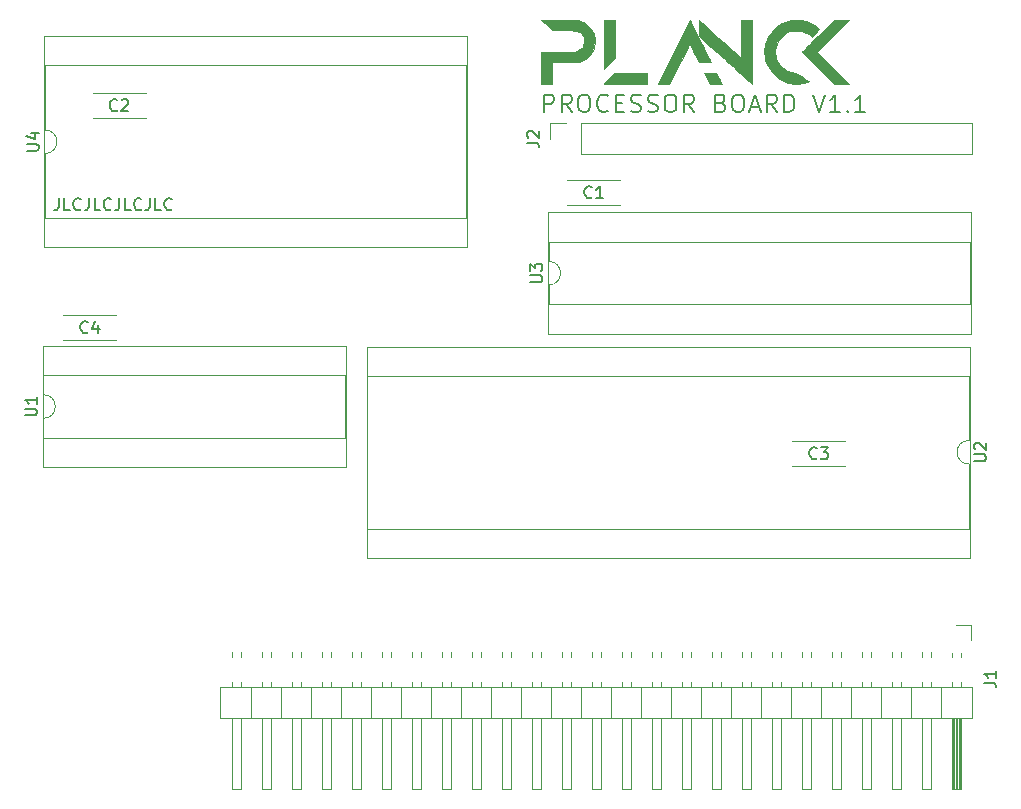
<source format=gbr>
G04 #@! TF.GenerationSoftware,KiCad,Pcbnew,(5.1.10-1-10_14)*
G04 #@! TF.CreationDate,2021-08-31T23:52:25+02:00*
G04 #@! TF.ProjectId,proc_board,70726f63-5f62-46f6-9172-642e6b696361,rev?*
G04 #@! TF.SameCoordinates,Original*
G04 #@! TF.FileFunction,Legend,Top*
G04 #@! TF.FilePolarity,Positive*
%FSLAX46Y46*%
G04 Gerber Fmt 4.6, Leading zero omitted, Abs format (unit mm)*
G04 Created by KiCad (PCBNEW (5.1.10-1-10_14)) date 2021-08-31 23:52:25*
%MOMM*%
%LPD*%
G01*
G04 APERTURE LIST*
%ADD10C,0.200000*%
%ADD11C,0.010000*%
%ADD12C,0.120000*%
%ADD13C,0.150000*%
G04 APERTURE END LIST*
D10*
X2238952Y43981619D02*
X2238952Y43267333D01*
X2191333Y43124476D01*
X2096095Y43029238D01*
X1953238Y42981619D01*
X1858000Y42981619D01*
X3191333Y42981619D02*
X2715142Y42981619D01*
X2715142Y43981619D01*
X4096095Y43076857D02*
X4048476Y43029238D01*
X3905619Y42981619D01*
X3810380Y42981619D01*
X3667523Y43029238D01*
X3572285Y43124476D01*
X3524666Y43219714D01*
X3477047Y43410190D01*
X3477047Y43553047D01*
X3524666Y43743523D01*
X3572285Y43838761D01*
X3667523Y43934000D01*
X3810380Y43981619D01*
X3905619Y43981619D01*
X4048476Y43934000D01*
X4096095Y43886380D01*
X4810380Y43981619D02*
X4810380Y43267333D01*
X4762761Y43124476D01*
X4667523Y43029238D01*
X4524666Y42981619D01*
X4429428Y42981619D01*
X5762761Y42981619D02*
X5286571Y42981619D01*
X5286571Y43981619D01*
X6667523Y43076857D02*
X6619904Y43029238D01*
X6477047Y42981619D01*
X6381809Y42981619D01*
X6238952Y43029238D01*
X6143714Y43124476D01*
X6096095Y43219714D01*
X6048476Y43410190D01*
X6048476Y43553047D01*
X6096095Y43743523D01*
X6143714Y43838761D01*
X6238952Y43934000D01*
X6381809Y43981619D01*
X6477047Y43981619D01*
X6619904Y43934000D01*
X6667523Y43886380D01*
X7381809Y43981619D02*
X7381809Y43267333D01*
X7334190Y43124476D01*
X7238952Y43029238D01*
X7096095Y42981619D01*
X7000857Y42981619D01*
X8334190Y42981619D02*
X7858000Y42981619D01*
X7858000Y43981619D01*
X9238952Y43076857D02*
X9191333Y43029238D01*
X9048476Y42981619D01*
X8953238Y42981619D01*
X8810380Y43029238D01*
X8715142Y43124476D01*
X8667523Y43219714D01*
X8619904Y43410190D01*
X8619904Y43553047D01*
X8667523Y43743523D01*
X8715142Y43838761D01*
X8810380Y43934000D01*
X8953238Y43981619D01*
X9048476Y43981619D01*
X9191333Y43934000D01*
X9238952Y43886380D01*
X9953238Y43981619D02*
X9953238Y43267333D01*
X9905619Y43124476D01*
X9810380Y43029238D01*
X9667523Y42981619D01*
X9572285Y42981619D01*
X10905619Y42981619D02*
X10429428Y42981619D01*
X10429428Y43981619D01*
X11810380Y43076857D02*
X11762761Y43029238D01*
X11619904Y42981619D01*
X11524666Y42981619D01*
X11381809Y43029238D01*
X11286571Y43124476D01*
X11238952Y43219714D01*
X11191333Y43410190D01*
X11191333Y43553047D01*
X11238952Y43743523D01*
X11286571Y43838761D01*
X11381809Y43934000D01*
X11524666Y43981619D01*
X11619904Y43981619D01*
X11762761Y43934000D01*
X11810380Y43886380D01*
X43324571Y51264428D02*
X43324571Y52764428D01*
X43895999Y52764428D01*
X44038857Y52693000D01*
X44110285Y52621571D01*
X44181714Y52478714D01*
X44181714Y52264428D01*
X44110285Y52121571D01*
X44038857Y52050142D01*
X43895999Y51978714D01*
X43324571Y51978714D01*
X45681714Y51264428D02*
X45181714Y51978714D01*
X44824571Y51264428D02*
X44824571Y52764428D01*
X45395999Y52764428D01*
X45538857Y52693000D01*
X45610285Y52621571D01*
X45681714Y52478714D01*
X45681714Y52264428D01*
X45610285Y52121571D01*
X45538857Y52050142D01*
X45395999Y51978714D01*
X44824571Y51978714D01*
X46610285Y52764428D02*
X46895999Y52764428D01*
X47038857Y52693000D01*
X47181714Y52550142D01*
X47253142Y52264428D01*
X47253142Y51764428D01*
X47181714Y51478714D01*
X47038857Y51335857D01*
X46895999Y51264428D01*
X46610285Y51264428D01*
X46467428Y51335857D01*
X46324571Y51478714D01*
X46253142Y51764428D01*
X46253142Y52264428D01*
X46324571Y52550142D01*
X46467428Y52693000D01*
X46610285Y52764428D01*
X48753142Y51407285D02*
X48681714Y51335857D01*
X48467428Y51264428D01*
X48324571Y51264428D01*
X48110285Y51335857D01*
X47967428Y51478714D01*
X47895999Y51621571D01*
X47824571Y51907285D01*
X47824571Y52121571D01*
X47895999Y52407285D01*
X47967428Y52550142D01*
X48110285Y52693000D01*
X48324571Y52764428D01*
X48467428Y52764428D01*
X48681714Y52693000D01*
X48753142Y52621571D01*
X49395999Y52050142D02*
X49895999Y52050142D01*
X50110285Y51264428D02*
X49395999Y51264428D01*
X49395999Y52764428D01*
X50110285Y52764428D01*
X50681714Y51335857D02*
X50895999Y51264428D01*
X51253142Y51264428D01*
X51396000Y51335857D01*
X51467428Y51407285D01*
X51538857Y51550142D01*
X51538857Y51693000D01*
X51467428Y51835857D01*
X51396000Y51907285D01*
X51253142Y51978714D01*
X50967428Y52050142D01*
X50824571Y52121571D01*
X50753142Y52193000D01*
X50681714Y52335857D01*
X50681714Y52478714D01*
X50753142Y52621571D01*
X50824571Y52693000D01*
X50967428Y52764428D01*
X51324571Y52764428D01*
X51538857Y52693000D01*
X52110285Y51335857D02*
X52324571Y51264428D01*
X52681714Y51264428D01*
X52824571Y51335857D01*
X52895999Y51407285D01*
X52967428Y51550142D01*
X52967428Y51693000D01*
X52895999Y51835857D01*
X52824571Y51907285D01*
X52681714Y51978714D01*
X52395999Y52050142D01*
X52253142Y52121571D01*
X52181714Y52193000D01*
X52110285Y52335857D01*
X52110285Y52478714D01*
X52181714Y52621571D01*
X52253142Y52693000D01*
X52395999Y52764428D01*
X52753142Y52764428D01*
X52967428Y52693000D01*
X53896000Y52764428D02*
X54181714Y52764428D01*
X54324571Y52693000D01*
X54467428Y52550142D01*
X54538857Y52264428D01*
X54538857Y51764428D01*
X54467428Y51478714D01*
X54324571Y51335857D01*
X54181714Y51264428D01*
X53896000Y51264428D01*
X53753142Y51335857D01*
X53610285Y51478714D01*
X53538857Y51764428D01*
X53538857Y52264428D01*
X53610285Y52550142D01*
X53753142Y52693000D01*
X53896000Y52764428D01*
X56038857Y51264428D02*
X55538857Y51978714D01*
X55181714Y51264428D02*
X55181714Y52764428D01*
X55753142Y52764428D01*
X55895999Y52693000D01*
X55967428Y52621571D01*
X56038857Y52478714D01*
X56038857Y52264428D01*
X55967428Y52121571D01*
X55895999Y52050142D01*
X55753142Y51978714D01*
X55181714Y51978714D01*
X58324571Y52050142D02*
X58538857Y51978714D01*
X58610285Y51907285D01*
X58681714Y51764428D01*
X58681714Y51550142D01*
X58610285Y51407285D01*
X58538857Y51335857D01*
X58396000Y51264428D01*
X57824571Y51264428D01*
X57824571Y52764428D01*
X58324571Y52764428D01*
X58467428Y52693000D01*
X58538857Y52621571D01*
X58610285Y52478714D01*
X58610285Y52335857D01*
X58538857Y52193000D01*
X58467428Y52121571D01*
X58324571Y52050142D01*
X57824571Y52050142D01*
X59610285Y52764428D02*
X59896000Y52764428D01*
X60038857Y52693000D01*
X60181714Y52550142D01*
X60253142Y52264428D01*
X60253142Y51764428D01*
X60181714Y51478714D01*
X60038857Y51335857D01*
X59896000Y51264428D01*
X59610285Y51264428D01*
X59467428Y51335857D01*
X59324571Y51478714D01*
X59253142Y51764428D01*
X59253142Y52264428D01*
X59324571Y52550142D01*
X59467428Y52693000D01*
X59610285Y52764428D01*
X60824571Y51693000D02*
X61538857Y51693000D01*
X60681714Y51264428D02*
X61181714Y52764428D01*
X61681714Y51264428D01*
X63038857Y51264428D02*
X62538857Y51978714D01*
X62181714Y51264428D02*
X62181714Y52764428D01*
X62753142Y52764428D01*
X62896000Y52693000D01*
X62967428Y52621571D01*
X63038857Y52478714D01*
X63038857Y52264428D01*
X62967428Y52121571D01*
X62896000Y52050142D01*
X62753142Y51978714D01*
X62181714Y51978714D01*
X63681714Y51264428D02*
X63681714Y52764428D01*
X64038857Y52764428D01*
X64253142Y52693000D01*
X64396000Y52550142D01*
X64467428Y52407285D01*
X64538857Y52121571D01*
X64538857Y51907285D01*
X64467428Y51621571D01*
X64396000Y51478714D01*
X64253142Y51335857D01*
X64038857Y51264428D01*
X63681714Y51264428D01*
X66110285Y52764428D02*
X66610285Y51264428D01*
X67110285Y52764428D01*
X68396000Y51264428D02*
X67538857Y51264428D01*
X67967428Y51264428D02*
X67967428Y52764428D01*
X67824571Y52550142D01*
X67681714Y52407285D01*
X67538857Y52335857D01*
X69038857Y51407285D02*
X69110285Y51335857D01*
X69038857Y51264428D01*
X68967428Y51335857D01*
X69038857Y51407285D01*
X69038857Y51264428D01*
X70538857Y51264428D02*
X69681714Y51264428D01*
X70110285Y51264428D02*
X70110285Y52764428D01*
X69967428Y52550142D01*
X69824571Y52407285D01*
X69681714Y52335857D01*
D11*
G04 #@! TO.C,G\u002A\u002A\u002A*
G36*
X49323625Y55823341D02*
G01*
X48877787Y55367483D01*
X48780228Y55268090D01*
X48689328Y55176169D01*
X48607520Y55094130D01*
X48537239Y55024385D01*
X48480919Y54969343D01*
X48440994Y54931414D01*
X48419899Y54913009D01*
X48417412Y54911625D01*
X48415388Y54927291D01*
X48413483Y54973449D01*
X48411706Y55048842D01*
X48410066Y55152213D01*
X48408571Y55282304D01*
X48407230Y55437859D01*
X48406052Y55617620D01*
X48405046Y55820329D01*
X48404220Y56044730D01*
X48403583Y56289565D01*
X48403144Y56553576D01*
X48402911Y56835507D01*
X48402875Y57007125D01*
X48402875Y59102625D01*
X49323625Y59102625D01*
X49323625Y55823341D01*
G37*
X49323625Y55823341D02*
X48877787Y55367483D01*
X48780228Y55268090D01*
X48689328Y55176169D01*
X48607520Y55094130D01*
X48537239Y55024385D01*
X48480919Y54969343D01*
X48440994Y54931414D01*
X48419899Y54913009D01*
X48417412Y54911625D01*
X48415388Y54927291D01*
X48413483Y54973449D01*
X48411706Y55048842D01*
X48410066Y55152213D01*
X48408571Y55282304D01*
X48407230Y55437859D01*
X48406052Y55617620D01*
X48405046Y55820329D01*
X48404220Y56044730D01*
X48403583Y56289565D01*
X48403144Y56553576D01*
X48402911Y56835507D01*
X48402875Y57007125D01*
X48402875Y59102625D01*
X49323625Y59102625D01*
X49323625Y55823341D01*
G36*
X67818000Y57745313D02*
G01*
X66460757Y56388000D01*
X67818000Y55030688D01*
X69175242Y53673375D01*
X68532340Y53673388D01*
X67889437Y53673400D01*
X66532125Y55018794D01*
X66358999Y55190499D01*
X66192202Y55356122D01*
X66033117Y55514280D01*
X65883128Y55663587D01*
X65743620Y55802660D01*
X65615975Y55930115D01*
X65501579Y56044567D01*
X65401814Y56144632D01*
X65318066Y56228926D01*
X65251717Y56296064D01*
X65204152Y56344663D01*
X65176755Y56373338D01*
X65170280Y56380911D01*
X65180760Y56393998D01*
X65212457Y56428020D01*
X65264001Y56481597D01*
X65334023Y56553352D01*
X65421153Y56641903D01*
X65524022Y56745873D01*
X65641261Y56863882D01*
X65771499Y56994552D01*
X65913368Y57136502D01*
X66065497Y57288354D01*
X66226517Y57448730D01*
X66395059Y57616248D01*
X66529999Y57750130D01*
X67894250Y59102625D01*
X69175242Y59102625D01*
X67818000Y57745313D01*
G37*
X67818000Y57745313D02*
X66460757Y56388000D01*
X67818000Y55030688D01*
X69175242Y53673375D01*
X68532340Y53673388D01*
X67889437Y53673400D01*
X66532125Y55018794D01*
X66358999Y55190499D01*
X66192202Y55356122D01*
X66033117Y55514280D01*
X65883128Y55663587D01*
X65743620Y55802660D01*
X65615975Y55930115D01*
X65501579Y56044567D01*
X65401814Y56144632D01*
X65318066Y56228926D01*
X65251717Y56296064D01*
X65204152Y56344663D01*
X65176755Y56373338D01*
X65170280Y56380911D01*
X65180760Y56393998D01*
X65212457Y56428020D01*
X65264001Y56481597D01*
X65334023Y56553352D01*
X65421153Y56641903D01*
X65524022Y56745873D01*
X65641261Y56863882D01*
X65771499Y56994552D01*
X65913368Y57136502D01*
X66065497Y57288354D01*
X66226517Y57448730D01*
X66395059Y57616248D01*
X66529999Y57750130D01*
X67894250Y59102625D01*
X69175242Y59102625D01*
X67818000Y57745313D01*
G36*
X64899318Y59093742D02*
G01*
X65035525Y59086154D01*
X65152123Y59073496D01*
X65190687Y59067127D01*
X65472769Y58998718D01*
X65746499Y58901094D01*
X66008471Y58775935D01*
X66255280Y58624922D01*
X66483522Y58449736D01*
X66537219Y58402417D01*
X66645502Y58304315D01*
X66568969Y58225927D01*
X66534090Y58191020D01*
X66480991Y58138916D01*
X66414475Y58074280D01*
X66339347Y58001776D01*
X66260411Y57926068D01*
X66242604Y57909057D01*
X65992772Y57670576D01*
X65909229Y57746201D01*
X65737222Y57881146D01*
X65545673Y57993888D01*
X65339646Y58082285D01*
X65124208Y58144198D01*
X64904423Y58177485D01*
X64885093Y58178970D01*
X64630994Y58182935D01*
X64389785Y58158112D01*
X64161779Y58104610D01*
X63947290Y58022541D01*
X63746632Y57912016D01*
X63560119Y57773145D01*
X63452570Y57673706D01*
X63291717Y57491255D01*
X63156403Y57291882D01*
X63048311Y57078472D01*
X62969122Y56853909D01*
X62964450Y56836903D01*
X62949310Y56778104D01*
X62938314Y56726432D01*
X62930811Y56674887D01*
X62926147Y56616469D01*
X62923672Y56544177D01*
X62922733Y56451009D01*
X62922634Y56388000D01*
X62923005Y56280291D01*
X62924550Y56197325D01*
X62927924Y56132104D01*
X62933777Y56077626D01*
X62942762Y56026890D01*
X62955531Y55972895D01*
X62964450Y55939098D01*
X63010860Y55795609D01*
X63072887Y55645810D01*
X63144653Y55502641D01*
X63215552Y55385958D01*
X63316639Y55254543D01*
X63439603Y55122730D01*
X63576275Y54997946D01*
X63718487Y54887619D01*
X63858070Y54799177D01*
X63865125Y54795304D01*
X64003495Y54729701D01*
X64155960Y54674154D01*
X64312915Y54631290D01*
X64464756Y54603739D01*
X64600440Y54594125D01*
X64703705Y54594125D01*
X65229622Y54245849D01*
X65344969Y54169203D01*
X65451737Y54097757D01*
X65547082Y54033450D01*
X65628160Y53978224D01*
X65692128Y53934018D01*
X65736142Y53902775D01*
X65757359Y53886433D01*
X65758863Y53884693D01*
X65746250Y53873887D01*
X65708405Y53856895D01*
X65650841Y53835455D01*
X65579071Y53811305D01*
X65498608Y53786182D01*
X65414966Y53761824D01*
X65333658Y53739968D01*
X65260196Y53722351D01*
X65214500Y53713133D01*
X65134149Y53702128D01*
X65031527Y53693032D01*
X64914383Y53686062D01*
X64790468Y53681430D01*
X64667534Y53679353D01*
X64553331Y53680046D01*
X64455611Y53683723D01*
X64385334Y53690143D01*
X64178319Y53725822D01*
X63984226Y53775012D01*
X63792984Y53840877D01*
X63594523Y53926580D01*
X63523812Y53960701D01*
X63263078Y54106419D01*
X63024227Y54275051D01*
X62807644Y54466213D01*
X62613714Y54679525D01*
X62442821Y54914604D01*
X62295349Y55171070D01*
X62286101Y55189438D01*
X62166457Y55460986D01*
X62078353Y55733367D01*
X62021581Y56007528D01*
X61995931Y56284419D01*
X61997211Y56499125D01*
X62026320Y56795436D01*
X62084709Y57079483D01*
X62172394Y57351301D01*
X62289389Y57610923D01*
X62435709Y57858380D01*
X62611368Y58093707D01*
X62789895Y58290448D01*
X63006702Y58487418D01*
X63242729Y58659792D01*
X63495716Y58806355D01*
X63763404Y58925893D01*
X64043533Y59017191D01*
X64218627Y59058311D01*
X64326673Y59074925D01*
X64457179Y59086852D01*
X64601732Y59094015D01*
X64751916Y59096337D01*
X64899318Y59093742D01*
G37*
X64899318Y59093742D02*
X65035525Y59086154D01*
X65152123Y59073496D01*
X65190687Y59067127D01*
X65472769Y58998718D01*
X65746499Y58901094D01*
X66008471Y58775935D01*
X66255280Y58624922D01*
X66483522Y58449736D01*
X66537219Y58402417D01*
X66645502Y58304315D01*
X66568969Y58225927D01*
X66534090Y58191020D01*
X66480991Y58138916D01*
X66414475Y58074280D01*
X66339347Y58001776D01*
X66260411Y57926068D01*
X66242604Y57909057D01*
X65992772Y57670576D01*
X65909229Y57746201D01*
X65737222Y57881146D01*
X65545673Y57993888D01*
X65339646Y58082285D01*
X65124208Y58144198D01*
X64904423Y58177485D01*
X64885093Y58178970D01*
X64630994Y58182935D01*
X64389785Y58158112D01*
X64161779Y58104610D01*
X63947290Y58022541D01*
X63746632Y57912016D01*
X63560119Y57773145D01*
X63452570Y57673706D01*
X63291717Y57491255D01*
X63156403Y57291882D01*
X63048311Y57078472D01*
X62969122Y56853909D01*
X62964450Y56836903D01*
X62949310Y56778104D01*
X62938314Y56726432D01*
X62930811Y56674887D01*
X62926147Y56616469D01*
X62923672Y56544177D01*
X62922733Y56451009D01*
X62922634Y56388000D01*
X62923005Y56280291D01*
X62924550Y56197325D01*
X62927924Y56132104D01*
X62933777Y56077626D01*
X62942762Y56026890D01*
X62955531Y55972895D01*
X62964450Y55939098D01*
X63010860Y55795609D01*
X63072887Y55645810D01*
X63144653Y55502641D01*
X63215552Y55385958D01*
X63316639Y55254543D01*
X63439603Y55122730D01*
X63576275Y54997946D01*
X63718487Y54887619D01*
X63858070Y54799177D01*
X63865125Y54795304D01*
X64003495Y54729701D01*
X64155960Y54674154D01*
X64312915Y54631290D01*
X64464756Y54603739D01*
X64600440Y54594125D01*
X64703705Y54594125D01*
X65229622Y54245849D01*
X65344969Y54169203D01*
X65451737Y54097757D01*
X65547082Y54033450D01*
X65628160Y53978224D01*
X65692128Y53934018D01*
X65736142Y53902775D01*
X65757359Y53886433D01*
X65758863Y53884693D01*
X65746250Y53873887D01*
X65708405Y53856895D01*
X65650841Y53835455D01*
X65579071Y53811305D01*
X65498608Y53786182D01*
X65414966Y53761824D01*
X65333658Y53739968D01*
X65260196Y53722351D01*
X65214500Y53713133D01*
X65134149Y53702128D01*
X65031527Y53693032D01*
X64914383Y53686062D01*
X64790468Y53681430D01*
X64667534Y53679353D01*
X64553331Y53680046D01*
X64455611Y53683723D01*
X64385334Y53690143D01*
X64178319Y53725822D01*
X63984226Y53775012D01*
X63792984Y53840877D01*
X63594523Y53926580D01*
X63523812Y53960701D01*
X63263078Y54106419D01*
X63024227Y54275051D01*
X62807644Y54466213D01*
X62613714Y54679525D01*
X62442821Y54914604D01*
X62295349Y55171070D01*
X62286101Y55189438D01*
X62166457Y55460986D01*
X62078353Y55733367D01*
X62021581Y56007528D01*
X61995931Y56284419D01*
X61997211Y56499125D01*
X62026320Y56795436D01*
X62084709Y57079483D01*
X62172394Y57351301D01*
X62289389Y57610923D01*
X62435709Y57858380D01*
X62611368Y58093707D01*
X62789895Y58290448D01*
X63006702Y58487418D01*
X63242729Y58659792D01*
X63495716Y58806355D01*
X63763404Y58925893D01*
X64043533Y59017191D01*
X64218627Y59058311D01*
X64326673Y59074925D01*
X64457179Y59086852D01*
X64601732Y59094015D01*
X64751916Y59096337D01*
X64899318Y59093742D01*
G36*
X56455468Y59075469D02*
G01*
X56471205Y59061255D01*
X56509229Y59027008D01*
X56568213Y58973920D01*
X56646832Y58903183D01*
X56743760Y58815990D01*
X56857671Y58713534D01*
X56987239Y58597006D01*
X57131138Y58467599D01*
X57288044Y58326505D01*
X57456628Y58174917D01*
X57635567Y58014027D01*
X57823534Y57845027D01*
X58019203Y57669109D01*
X58221249Y57487467D01*
X58261250Y57451506D01*
X60031312Y55860235D01*
X60035356Y57481430D01*
X60039399Y59102625D01*
X60944125Y59102625D01*
X60944125Y56388000D01*
X60944102Y56097003D01*
X60944035Y55814688D01*
X60943926Y55542683D01*
X60943779Y55282611D01*
X60943594Y55036098D01*
X60943375Y54804768D01*
X60943123Y54590248D01*
X60942842Y54394162D01*
X60942533Y54218135D01*
X60942200Y54063792D01*
X60941843Y53932759D01*
X60941467Y53826660D01*
X60941072Y53747121D01*
X60940662Y53695766D01*
X60940239Y53674221D01*
X60940156Y53673632D01*
X60928112Y53684086D01*
X60893719Y53714637D01*
X60838238Y53764154D01*
X60762929Y53831506D01*
X60669053Y53915561D01*
X60557871Y54015190D01*
X60430644Y54129261D01*
X60288634Y54256642D01*
X60133100Y54396204D01*
X59965304Y54546816D01*
X59786506Y54707345D01*
X59597969Y54876663D01*
X59400951Y55053636D01*
X59196716Y55237135D01*
X59070875Y55350220D01*
X58855442Y55543817D01*
X58641938Y55735666D01*
X58431996Y55924297D01*
X58227253Y56108242D01*
X58029344Y56286031D01*
X57839906Y56456195D01*
X57660572Y56617266D01*
X57492979Y56767776D01*
X57338763Y56906253D01*
X57199559Y57031231D01*
X57077003Y57141240D01*
X56972730Y57234812D01*
X56888375Y57310476D01*
X56825575Y57366765D01*
X56813035Y57377995D01*
X56420509Y57729438D01*
X56420129Y58418799D01*
X56419750Y59108159D01*
X56455468Y59075469D01*
G37*
X56455468Y59075469D02*
X56471205Y59061255D01*
X56509229Y59027008D01*
X56568213Y58973920D01*
X56646832Y58903183D01*
X56743760Y58815990D01*
X56857671Y58713534D01*
X56987239Y58597006D01*
X57131138Y58467599D01*
X57288044Y58326505D01*
X57456628Y58174917D01*
X57635567Y58014027D01*
X57823534Y57845027D01*
X58019203Y57669109D01*
X58221249Y57487467D01*
X58261250Y57451506D01*
X60031312Y55860235D01*
X60035356Y57481430D01*
X60039399Y59102625D01*
X60944125Y59102625D01*
X60944125Y56388000D01*
X60944102Y56097003D01*
X60944035Y55814688D01*
X60943926Y55542683D01*
X60943779Y55282611D01*
X60943594Y55036098D01*
X60943375Y54804768D01*
X60943123Y54590248D01*
X60942842Y54394162D01*
X60942533Y54218135D01*
X60942200Y54063792D01*
X60941843Y53932759D01*
X60941467Y53826660D01*
X60941072Y53747121D01*
X60940662Y53695766D01*
X60940239Y53674221D01*
X60940156Y53673632D01*
X60928112Y53684086D01*
X60893719Y53714637D01*
X60838238Y53764154D01*
X60762929Y53831506D01*
X60669053Y53915561D01*
X60557871Y54015190D01*
X60430644Y54129261D01*
X60288634Y54256642D01*
X60133100Y54396204D01*
X59965304Y54546816D01*
X59786506Y54707345D01*
X59597969Y54876663D01*
X59400951Y55053636D01*
X59196716Y55237135D01*
X59070875Y55350220D01*
X58855442Y55543817D01*
X58641938Y55735666D01*
X58431996Y55924297D01*
X58227253Y56108242D01*
X58029344Y56286031D01*
X57839906Y56456195D01*
X57660572Y56617266D01*
X57492979Y56767776D01*
X57338763Y56906253D01*
X57199559Y57031231D01*
X57077003Y57141240D01*
X56972730Y57234812D01*
X56888375Y57310476D01*
X56825575Y57366765D01*
X56813035Y57377995D01*
X56420509Y57729438D01*
X56420129Y58418799D01*
X56419750Y59108159D01*
X56455468Y59075469D01*
G36*
X58146321Y54136220D02*
G01*
X58201940Y54027140D01*
X58252592Y53927185D01*
X58296536Y53839839D01*
X58332031Y53768588D01*
X58357334Y53716917D01*
X58370706Y53688310D01*
X58372375Y53683783D01*
X58357128Y53681246D01*
X58313904Y53678933D01*
X58246472Y53676921D01*
X58158605Y53675288D01*
X58054074Y53674112D01*
X57936649Y53673472D01*
X57868214Y53673375D01*
X57364053Y53673375D01*
X57138000Y54125813D01*
X56911947Y54578250D01*
X57920267Y54578250D01*
X58146321Y54136220D01*
G37*
X58146321Y54136220D02*
X58201940Y54027140D01*
X58252592Y53927185D01*
X58296536Y53839839D01*
X58332031Y53768588D01*
X58357334Y53716917D01*
X58370706Y53688310D01*
X58372375Y53683783D01*
X58357128Y53681246D01*
X58313904Y53678933D01*
X58246472Y53676921D01*
X58158605Y53675288D01*
X58054074Y53674112D01*
X57936649Y53673472D01*
X57868214Y53673375D01*
X57364053Y53673375D01*
X57138000Y54125813D01*
X56911947Y54578250D01*
X57920267Y54578250D01*
X58146321Y54136220D01*
G36*
X56563731Y57308727D02*
G01*
X56675783Y57084823D01*
X56783840Y56868748D01*
X56887055Y56662205D01*
X56984581Y56466894D01*
X57075570Y56284517D01*
X57159177Y56116775D01*
X57234554Y55965369D01*
X57300855Y55832000D01*
X57357232Y55718369D01*
X57402838Y55626177D01*
X57436827Y55557126D01*
X57458353Y55512917D01*
X57466567Y55495251D01*
X57466624Y55495032D01*
X57451594Y55492141D01*
X57408562Y55489503D01*
X57341278Y55487207D01*
X57253489Y55485340D01*
X57148944Y55483990D01*
X57031391Y55483245D01*
X56959478Y55483125D01*
X56451457Y55483125D01*
X56058647Y56268938D01*
X55985281Y56415418D01*
X55916088Y56553012D01*
X55852372Y56679163D01*
X55795440Y56791312D01*
X55746596Y56886902D01*
X55707144Y56963376D01*
X55678391Y57018176D01*
X55661642Y57048744D01*
X55657824Y57054410D01*
X55649822Y57040460D01*
X55628491Y56999861D01*
X55594711Y56934354D01*
X55549365Y56845682D01*
X55493335Y56735588D01*
X55427503Y56605812D01*
X55352751Y56458098D01*
X55269960Y56294187D01*
X55180013Y56115822D01*
X55083792Y55924745D01*
X54982178Y55722698D01*
X54876053Y55511422D01*
X54801937Y55363722D01*
X53954063Y53673375D01*
X52943106Y53673375D01*
X54302410Y56391946D01*
X55661714Y59110516D01*
X56563731Y57308727D01*
G37*
X56563731Y57308727D02*
X56675783Y57084823D01*
X56783840Y56868748D01*
X56887055Y56662205D01*
X56984581Y56466894D01*
X57075570Y56284517D01*
X57159177Y56116775D01*
X57234554Y55965369D01*
X57300855Y55832000D01*
X57357232Y55718369D01*
X57402838Y55626177D01*
X57436827Y55557126D01*
X57458353Y55512917D01*
X57466567Y55495251D01*
X57466624Y55495032D01*
X57451594Y55492141D01*
X57408562Y55489503D01*
X57341278Y55487207D01*
X57253489Y55485340D01*
X57148944Y55483990D01*
X57031391Y55483245D01*
X56959478Y55483125D01*
X56451457Y55483125D01*
X56058647Y56268938D01*
X55985281Y56415418D01*
X55916088Y56553012D01*
X55852372Y56679163D01*
X55795440Y56791312D01*
X55746596Y56886902D01*
X55707144Y56963376D01*
X55678391Y57018176D01*
X55661642Y57048744D01*
X55657824Y57054410D01*
X55649822Y57040460D01*
X55628491Y56999861D01*
X55594711Y56934354D01*
X55549365Y56845682D01*
X55493335Y56735588D01*
X55427503Y56605812D01*
X55352751Y56458098D01*
X55269960Y56294187D01*
X55180013Y56115822D01*
X55083792Y55924745D01*
X54982178Y55722698D01*
X54876053Y55511422D01*
X54801937Y55363722D01*
X53954063Y53673375D01*
X52943106Y53673375D01*
X54302410Y56391946D01*
X55661714Y59110516D01*
X56563731Y57308727D01*
G36*
X52038250Y53673375D02*
G01*
X48416119Y53673375D01*
X48857966Y54125538D01*
X49299812Y54577700D01*
X52038250Y54578250D01*
X52038250Y53673375D01*
G37*
X52038250Y53673375D02*
X48416119Y53673375D01*
X48857966Y54125538D01*
X49299812Y54577700D01*
X52038250Y54578250D01*
X52038250Y53673375D01*
G36*
X44553291Y59102562D02*
G01*
X44813399Y59102525D01*
X45043908Y59102367D01*
X45246968Y59101981D01*
X45424730Y59101259D01*
X45579346Y59100093D01*
X45712965Y59098375D01*
X45827740Y59095999D01*
X45925820Y59092856D01*
X46009356Y59088840D01*
X46080500Y59083841D01*
X46141401Y59077753D01*
X46194211Y59070469D01*
X46241081Y59061880D01*
X46284162Y59051879D01*
X46325603Y59040358D01*
X46367557Y59027211D01*
X46412173Y59012328D01*
X46421716Y59009096D01*
X46629999Y58922185D01*
X46826309Y58808043D01*
X47007772Y58669668D01*
X47171511Y58510059D01*
X47314652Y58332214D01*
X47434320Y58139132D01*
X47527637Y57933811D01*
X47567354Y57814466D01*
X47618202Y57585642D01*
X47640357Y57352746D01*
X47634171Y57120007D01*
X47599995Y56891651D01*
X47538183Y56671907D01*
X47456095Y56478761D01*
X47340638Y56283222D01*
X47199567Y56101794D01*
X47036646Y55937771D01*
X46855636Y55794447D01*
X46660302Y55675116D01*
X46454406Y55583071D01*
X46418035Y55570173D01*
X46367847Y55553436D01*
X46320695Y55538990D01*
X46273890Y55526668D01*
X46224744Y55516300D01*
X46170569Y55507719D01*
X46108677Y55500757D01*
X46036378Y55495245D01*
X45950985Y55491014D01*
X45849810Y55487897D01*
X45730163Y55485725D01*
X45589357Y55484331D01*
X45424703Y55483545D01*
X45233513Y55483199D01*
X45027358Y55483125D01*
X44021375Y55483125D01*
X44021375Y53673375D01*
X43116500Y53673375D01*
X43116500Y56387038D01*
X45997812Y56395938D01*
X46102145Y56431422D01*
X46250280Y56497991D01*
X46387578Y56591673D01*
X46508810Y56708332D01*
X46594388Y56821026D01*
X46668764Y56963771D01*
X46714522Y57116644D01*
X46731458Y57275604D01*
X46719368Y57436607D01*
X46678045Y57595611D01*
X46638466Y57689750D01*
X46588925Y57770971D01*
X46519011Y57858190D01*
X46436575Y57943541D01*
X46349469Y58019158D01*
X46265545Y58077171D01*
X46235937Y58093054D01*
X46197489Y58111672D01*
X46163006Y58127661D01*
X46129830Y58141238D01*
X46095303Y58152618D01*
X46056768Y58162016D01*
X46011567Y58169648D01*
X45957043Y58175730D01*
X45890538Y58180478D01*
X45809394Y58184106D01*
X45710953Y58186831D01*
X45592559Y58188869D01*
X45451552Y58190434D01*
X45285277Y58191742D01*
X45091074Y58193010D01*
X44996521Y58193608D01*
X44011105Y58199874D01*
X43559938Y58651250D01*
X43108772Y59102625D01*
X44553291Y59102562D01*
G37*
X44553291Y59102562D02*
X44813399Y59102525D01*
X45043908Y59102367D01*
X45246968Y59101981D01*
X45424730Y59101259D01*
X45579346Y59100093D01*
X45712965Y59098375D01*
X45827740Y59095999D01*
X45925820Y59092856D01*
X46009356Y59088840D01*
X46080500Y59083841D01*
X46141401Y59077753D01*
X46194211Y59070469D01*
X46241081Y59061880D01*
X46284162Y59051879D01*
X46325603Y59040358D01*
X46367557Y59027211D01*
X46412173Y59012328D01*
X46421716Y59009096D01*
X46629999Y58922185D01*
X46826309Y58808043D01*
X47007772Y58669668D01*
X47171511Y58510059D01*
X47314652Y58332214D01*
X47434320Y58139132D01*
X47527637Y57933811D01*
X47567354Y57814466D01*
X47618202Y57585642D01*
X47640357Y57352746D01*
X47634171Y57120007D01*
X47599995Y56891651D01*
X47538183Y56671907D01*
X47456095Y56478761D01*
X47340638Y56283222D01*
X47199567Y56101794D01*
X47036646Y55937771D01*
X46855636Y55794447D01*
X46660302Y55675116D01*
X46454406Y55583071D01*
X46418035Y55570173D01*
X46367847Y55553436D01*
X46320695Y55538990D01*
X46273890Y55526668D01*
X46224744Y55516300D01*
X46170569Y55507719D01*
X46108677Y55500757D01*
X46036378Y55495245D01*
X45950985Y55491014D01*
X45849810Y55487897D01*
X45730163Y55485725D01*
X45589357Y55484331D01*
X45424703Y55483545D01*
X45233513Y55483199D01*
X45027358Y55483125D01*
X44021375Y55483125D01*
X44021375Y53673375D01*
X43116500Y53673375D01*
X43116500Y56387038D01*
X45997812Y56395938D01*
X46102145Y56431422D01*
X46250280Y56497991D01*
X46387578Y56591673D01*
X46508810Y56708332D01*
X46594388Y56821026D01*
X46668764Y56963771D01*
X46714522Y57116644D01*
X46731458Y57275604D01*
X46719368Y57436607D01*
X46678045Y57595611D01*
X46638466Y57689750D01*
X46588925Y57770971D01*
X46519011Y57858190D01*
X46436575Y57943541D01*
X46349469Y58019158D01*
X46265545Y58077171D01*
X46235937Y58093054D01*
X46197489Y58111672D01*
X46163006Y58127661D01*
X46129830Y58141238D01*
X46095303Y58152618D01*
X46056768Y58162016D01*
X46011567Y58169648D01*
X45957043Y58175730D01*
X45890538Y58180478D01*
X45809394Y58184106D01*
X45710953Y58186831D01*
X45592559Y58188869D01*
X45451552Y58190434D01*
X45285277Y58191742D01*
X45091074Y58193010D01*
X44996521Y58193608D01*
X44011105Y58199874D01*
X43559938Y58651250D01*
X43108772Y59102625D01*
X44553291Y59102562D01*
D12*
G04 #@! TO.C,U4*
X1023000Y57718000D02*
X1023000Y39818000D01*
X36823000Y57718000D02*
X1023000Y57718000D01*
X36823000Y39818000D02*
X36823000Y57718000D01*
X1023000Y39818000D02*
X36823000Y39818000D01*
X1083000Y55228000D02*
X1083000Y49768000D01*
X36763000Y55228000D02*
X1083000Y55228000D01*
X36763000Y42308000D02*
X36763000Y55228000D01*
X1083000Y42308000D02*
X36763000Y42308000D01*
X1083000Y47768000D02*
X1083000Y42308000D01*
X1083000Y49768000D02*
G75*
G02*
X1083000Y47768000I0J-1000000D01*
G01*
G04 #@! TO.C,J2*
X43882000Y49022000D02*
X43882000Y50352000D01*
X43882000Y50352000D02*
X45212000Y50352000D01*
X46482000Y50352000D02*
X79562000Y50352000D01*
X79562000Y47692000D02*
X79562000Y50352000D01*
X46482000Y47692000D02*
X79562000Y47692000D01*
X46482000Y47692000D02*
X46482000Y50352000D01*
G04 #@! TO.C,C4*
X2596000Y34075000D02*
X2596000Y34090000D01*
X2596000Y31950000D02*
X2596000Y31965000D01*
X7136000Y34075000D02*
X7136000Y34090000D01*
X7136000Y31950000D02*
X7136000Y31965000D01*
X7136000Y34090000D02*
X2596000Y34090000D01*
X7136000Y31950000D02*
X2596000Y31950000D01*
G04 #@! TO.C,C3*
X64318000Y23407000D02*
X64318000Y23422000D01*
X64318000Y21282000D02*
X64318000Y21297000D01*
X68858000Y23407000D02*
X68858000Y23422000D01*
X68858000Y21282000D02*
X68858000Y21297000D01*
X68858000Y23422000D02*
X64318000Y23422000D01*
X68858000Y21282000D02*
X64318000Y21282000D01*
G04 #@! TO.C,C2*
X5136000Y52871000D02*
X5136000Y52886000D01*
X5136000Y50746000D02*
X5136000Y50761000D01*
X9676000Y52871000D02*
X9676000Y52886000D01*
X9676000Y50746000D02*
X9676000Y50761000D01*
X9676000Y52886000D02*
X5136000Y52886000D01*
X9676000Y50746000D02*
X5136000Y50746000D01*
G04 #@! TO.C,C1*
X45268000Y45505000D02*
X45268000Y45520000D01*
X45268000Y43380000D02*
X45268000Y43395000D01*
X49808000Y45505000D02*
X49808000Y45520000D01*
X49808000Y43380000D02*
X49808000Y43395000D01*
X49808000Y45520000D02*
X45268000Y45520000D01*
X49808000Y43380000D02*
X45268000Y43380000D01*
G04 #@! TO.C,U1*
X896000Y31492500D02*
X896000Y21212500D01*
X26536000Y31492500D02*
X896000Y31492500D01*
X26536000Y21212500D02*
X26536000Y31492500D01*
X896000Y21212500D02*
X26536000Y21212500D01*
X956000Y29002500D02*
X956000Y27352500D01*
X26476000Y29002500D02*
X956000Y29002500D01*
X26476000Y23702500D02*
X26476000Y29002500D01*
X956000Y23702500D02*
X26476000Y23702500D01*
X956000Y25352500D02*
X956000Y23702500D01*
X956000Y27352500D02*
G75*
G02*
X956000Y25352500I0J-1000000D01*
G01*
G04 #@! TO.C,U3*
X43729001Y36643001D02*
X43729001Y34993001D01*
X43729001Y34993001D02*
X79409001Y34993001D01*
X79409001Y34993001D02*
X79409001Y40293001D01*
X79409001Y40293001D02*
X43729001Y40293001D01*
X43729001Y40293001D02*
X43729001Y38643001D01*
X43669001Y32503001D02*
X79469001Y32503001D01*
X79469001Y32503001D02*
X79469001Y42783001D01*
X79469001Y42783001D02*
X43669001Y42783001D01*
X43669001Y42783001D02*
X43669001Y32503001D01*
X43729001Y38643001D02*
G75*
G02*
X43729001Y36643001I0J-1000000D01*
G01*
G04 #@! TO.C,U2*
X79308000Y23479000D02*
X79308000Y28939000D01*
X79308000Y28939000D02*
X28388000Y28939000D01*
X28388000Y28939000D02*
X28388000Y16019000D01*
X28388000Y16019000D02*
X79308000Y16019000D01*
X79308000Y16019000D02*
X79308000Y21479000D01*
X79368000Y31429000D02*
X28328000Y31429000D01*
X28328000Y31429000D02*
X28328000Y13529000D01*
X28328000Y13529000D02*
X79368000Y13529000D01*
X79368000Y13529000D02*
X79368000Y31429000D01*
X79308000Y21479000D02*
G75*
G02*
X79308000Y23479000I0J1000000D01*
G01*
G04 #@! TO.C,J1*
X79562000Y2624000D02*
X15942000Y2624000D01*
X15942000Y2624000D02*
X15942000Y-36000D01*
X15942000Y-36000D02*
X79562000Y-36000D01*
X79562000Y-36000D02*
X79562000Y2624000D01*
X78612000Y-36000D02*
X78612000Y-6036000D01*
X78612000Y-6036000D02*
X77852000Y-6036000D01*
X77852000Y-6036000D02*
X77852000Y-36000D01*
X78552000Y-36000D02*
X78552000Y-6036000D01*
X78432000Y-36000D02*
X78432000Y-6036000D01*
X78312000Y-36000D02*
X78312000Y-6036000D01*
X78192000Y-36000D02*
X78192000Y-6036000D01*
X78072000Y-36000D02*
X78072000Y-6036000D01*
X77952000Y-36000D02*
X77952000Y-6036000D01*
X78612000Y3021071D02*
X78612000Y2624000D01*
X77852000Y3021071D02*
X77852000Y2624000D01*
X78612000Y5494000D02*
X78612000Y5106929D01*
X77852000Y5494000D02*
X77852000Y5106929D01*
X76962000Y2624000D02*
X76962000Y-36000D01*
X76072000Y-36000D02*
X76072000Y-6036000D01*
X76072000Y-6036000D02*
X75312000Y-6036000D01*
X75312000Y-6036000D02*
X75312000Y-36000D01*
X76072000Y3021071D02*
X76072000Y2624000D01*
X75312000Y3021071D02*
X75312000Y2624000D01*
X76072000Y5561071D02*
X76072000Y5106929D01*
X75312000Y5561071D02*
X75312000Y5106929D01*
X74422000Y2624000D02*
X74422000Y-36000D01*
X73532000Y-36000D02*
X73532000Y-6036000D01*
X73532000Y-6036000D02*
X72772000Y-6036000D01*
X72772000Y-6036000D02*
X72772000Y-36000D01*
X73532000Y3021071D02*
X73532000Y2624000D01*
X72772000Y3021071D02*
X72772000Y2624000D01*
X73532000Y5561071D02*
X73532000Y5106929D01*
X72772000Y5561071D02*
X72772000Y5106929D01*
X71882000Y2624000D02*
X71882000Y-36000D01*
X70992000Y-36000D02*
X70992000Y-6036000D01*
X70992000Y-6036000D02*
X70232000Y-6036000D01*
X70232000Y-6036000D02*
X70232000Y-36000D01*
X70992000Y3021071D02*
X70992000Y2624000D01*
X70232000Y3021071D02*
X70232000Y2624000D01*
X70992000Y5561071D02*
X70992000Y5106929D01*
X70232000Y5561071D02*
X70232000Y5106929D01*
X69342000Y2624000D02*
X69342000Y-36000D01*
X68452000Y-36000D02*
X68452000Y-6036000D01*
X68452000Y-6036000D02*
X67692000Y-6036000D01*
X67692000Y-6036000D02*
X67692000Y-36000D01*
X68452000Y3021071D02*
X68452000Y2624000D01*
X67692000Y3021071D02*
X67692000Y2624000D01*
X68452000Y5561071D02*
X68452000Y5106929D01*
X67692000Y5561071D02*
X67692000Y5106929D01*
X66802000Y2624000D02*
X66802000Y-36000D01*
X65912000Y-36000D02*
X65912000Y-6036000D01*
X65912000Y-6036000D02*
X65152000Y-6036000D01*
X65152000Y-6036000D02*
X65152000Y-36000D01*
X65912000Y3021071D02*
X65912000Y2624000D01*
X65152000Y3021071D02*
X65152000Y2624000D01*
X65912000Y5561071D02*
X65912000Y5106929D01*
X65152000Y5561071D02*
X65152000Y5106929D01*
X64262000Y2624000D02*
X64262000Y-36000D01*
X63372000Y-36000D02*
X63372000Y-6036000D01*
X63372000Y-6036000D02*
X62612000Y-6036000D01*
X62612000Y-6036000D02*
X62612000Y-36000D01*
X63372000Y3021071D02*
X63372000Y2624000D01*
X62612000Y3021071D02*
X62612000Y2624000D01*
X63372000Y5561071D02*
X63372000Y5106929D01*
X62612000Y5561071D02*
X62612000Y5106929D01*
X61722000Y2624000D02*
X61722000Y-36000D01*
X60832000Y-36000D02*
X60832000Y-6036000D01*
X60832000Y-6036000D02*
X60072000Y-6036000D01*
X60072000Y-6036000D02*
X60072000Y-36000D01*
X60832000Y3021071D02*
X60832000Y2624000D01*
X60072000Y3021071D02*
X60072000Y2624000D01*
X60832000Y5561071D02*
X60832000Y5106929D01*
X60072000Y5561071D02*
X60072000Y5106929D01*
X59182000Y2624000D02*
X59182000Y-36000D01*
X58292000Y-36000D02*
X58292000Y-6036000D01*
X58292000Y-6036000D02*
X57532000Y-6036000D01*
X57532000Y-6036000D02*
X57532000Y-36000D01*
X58292000Y3021071D02*
X58292000Y2624000D01*
X57532000Y3021071D02*
X57532000Y2624000D01*
X58292000Y5561071D02*
X58292000Y5106929D01*
X57532000Y5561071D02*
X57532000Y5106929D01*
X56642000Y2624000D02*
X56642000Y-36000D01*
X55752000Y-36000D02*
X55752000Y-6036000D01*
X55752000Y-6036000D02*
X54992000Y-6036000D01*
X54992000Y-6036000D02*
X54992000Y-36000D01*
X55752000Y3021071D02*
X55752000Y2624000D01*
X54992000Y3021071D02*
X54992000Y2624000D01*
X55752000Y5561071D02*
X55752000Y5106929D01*
X54992000Y5561071D02*
X54992000Y5106929D01*
X54102000Y2624000D02*
X54102000Y-36000D01*
X53212000Y-36000D02*
X53212000Y-6036000D01*
X53212000Y-6036000D02*
X52452000Y-6036000D01*
X52452000Y-6036000D02*
X52452000Y-36000D01*
X53212000Y3021071D02*
X53212000Y2624000D01*
X52452000Y3021071D02*
X52452000Y2624000D01*
X53212000Y5561071D02*
X53212000Y5106929D01*
X52452000Y5561071D02*
X52452000Y5106929D01*
X51562000Y2624000D02*
X51562000Y-36000D01*
X50672000Y-36000D02*
X50672000Y-6036000D01*
X50672000Y-6036000D02*
X49912000Y-6036000D01*
X49912000Y-6036000D02*
X49912000Y-36000D01*
X50672000Y3021071D02*
X50672000Y2624000D01*
X49912000Y3021071D02*
X49912000Y2624000D01*
X50672000Y5561071D02*
X50672000Y5106929D01*
X49912000Y5561071D02*
X49912000Y5106929D01*
X49022000Y2624000D02*
X49022000Y-36000D01*
X48132000Y-36000D02*
X48132000Y-6036000D01*
X48132000Y-6036000D02*
X47372000Y-6036000D01*
X47372000Y-6036000D02*
X47372000Y-36000D01*
X48132000Y3021071D02*
X48132000Y2624000D01*
X47372000Y3021071D02*
X47372000Y2624000D01*
X48132000Y5561071D02*
X48132000Y5106929D01*
X47372000Y5561071D02*
X47372000Y5106929D01*
X46482000Y2624000D02*
X46482000Y-36000D01*
X45592000Y-36000D02*
X45592000Y-6036000D01*
X45592000Y-6036000D02*
X44832000Y-6036000D01*
X44832000Y-6036000D02*
X44832000Y-36000D01*
X45592000Y3021071D02*
X45592000Y2624000D01*
X44832000Y3021071D02*
X44832000Y2624000D01*
X45592000Y5561071D02*
X45592000Y5106929D01*
X44832000Y5561071D02*
X44832000Y5106929D01*
X43942000Y2624000D02*
X43942000Y-36000D01*
X43052000Y-36000D02*
X43052000Y-6036000D01*
X43052000Y-6036000D02*
X42292000Y-6036000D01*
X42292000Y-6036000D02*
X42292000Y-36000D01*
X43052000Y3021071D02*
X43052000Y2624000D01*
X42292000Y3021071D02*
X42292000Y2624000D01*
X43052000Y5561071D02*
X43052000Y5106929D01*
X42292000Y5561071D02*
X42292000Y5106929D01*
X41402000Y2624000D02*
X41402000Y-36000D01*
X40512000Y-36000D02*
X40512000Y-6036000D01*
X40512000Y-6036000D02*
X39752000Y-6036000D01*
X39752000Y-6036000D02*
X39752000Y-36000D01*
X40512000Y3021071D02*
X40512000Y2624000D01*
X39752000Y3021071D02*
X39752000Y2624000D01*
X40512000Y5561071D02*
X40512000Y5106929D01*
X39752000Y5561071D02*
X39752000Y5106929D01*
X38862000Y2624000D02*
X38862000Y-36000D01*
X37972000Y-36000D02*
X37972000Y-6036000D01*
X37972000Y-6036000D02*
X37212000Y-6036000D01*
X37212000Y-6036000D02*
X37212000Y-36000D01*
X37972000Y3021071D02*
X37972000Y2624000D01*
X37212000Y3021071D02*
X37212000Y2624000D01*
X37972000Y5561071D02*
X37972000Y5106929D01*
X37212000Y5561071D02*
X37212000Y5106929D01*
X36322000Y2624000D02*
X36322000Y-36000D01*
X35432000Y-36000D02*
X35432000Y-6036000D01*
X35432000Y-6036000D02*
X34672000Y-6036000D01*
X34672000Y-6036000D02*
X34672000Y-36000D01*
X35432000Y3021071D02*
X35432000Y2624000D01*
X34672000Y3021071D02*
X34672000Y2624000D01*
X35432000Y5561071D02*
X35432000Y5106929D01*
X34672000Y5561071D02*
X34672000Y5106929D01*
X33782000Y2624000D02*
X33782000Y-36000D01*
X32892000Y-36000D02*
X32892000Y-6036000D01*
X32892000Y-6036000D02*
X32132000Y-6036000D01*
X32132000Y-6036000D02*
X32132000Y-36000D01*
X32892000Y3021071D02*
X32892000Y2624000D01*
X32132000Y3021071D02*
X32132000Y2624000D01*
X32892000Y5561071D02*
X32892000Y5106929D01*
X32132000Y5561071D02*
X32132000Y5106929D01*
X31242000Y2624000D02*
X31242000Y-36000D01*
X30352000Y-36000D02*
X30352000Y-6036000D01*
X30352000Y-6036000D02*
X29592000Y-6036000D01*
X29592000Y-6036000D02*
X29592000Y-36000D01*
X30352000Y3021071D02*
X30352000Y2624000D01*
X29592000Y3021071D02*
X29592000Y2624000D01*
X30352000Y5561071D02*
X30352000Y5106929D01*
X29592000Y5561071D02*
X29592000Y5106929D01*
X28702000Y2624000D02*
X28702000Y-36000D01*
X27812000Y-36000D02*
X27812000Y-6036000D01*
X27812000Y-6036000D02*
X27052000Y-6036000D01*
X27052000Y-6036000D02*
X27052000Y-36000D01*
X27812000Y3021071D02*
X27812000Y2624000D01*
X27052000Y3021071D02*
X27052000Y2624000D01*
X27812000Y5561071D02*
X27812000Y5106929D01*
X27052000Y5561071D02*
X27052000Y5106929D01*
X26162000Y2624000D02*
X26162000Y-36000D01*
X25272000Y-36000D02*
X25272000Y-6036000D01*
X25272000Y-6036000D02*
X24512000Y-6036000D01*
X24512000Y-6036000D02*
X24512000Y-36000D01*
X25272000Y3021071D02*
X25272000Y2624000D01*
X24512000Y3021071D02*
X24512000Y2624000D01*
X25272000Y5561071D02*
X25272000Y5106929D01*
X24512000Y5561071D02*
X24512000Y5106929D01*
X23622000Y2624000D02*
X23622000Y-36000D01*
X22732000Y-36000D02*
X22732000Y-6036000D01*
X22732000Y-6036000D02*
X21972000Y-6036000D01*
X21972000Y-6036000D02*
X21972000Y-36000D01*
X22732000Y3021071D02*
X22732000Y2624000D01*
X21972000Y3021071D02*
X21972000Y2624000D01*
X22732000Y5561071D02*
X22732000Y5106929D01*
X21972000Y5561071D02*
X21972000Y5106929D01*
X21082000Y2624000D02*
X21082000Y-36000D01*
X20192000Y-36000D02*
X20192000Y-6036000D01*
X20192000Y-6036000D02*
X19432000Y-6036000D01*
X19432000Y-6036000D02*
X19432000Y-36000D01*
X20192000Y3021071D02*
X20192000Y2624000D01*
X19432000Y3021071D02*
X19432000Y2624000D01*
X20192000Y5561071D02*
X20192000Y5106929D01*
X19432000Y5561071D02*
X19432000Y5106929D01*
X18542000Y2624000D02*
X18542000Y-36000D01*
X17652000Y-36000D02*
X17652000Y-6036000D01*
X17652000Y-6036000D02*
X16892000Y-6036000D01*
X16892000Y-6036000D02*
X16892000Y-36000D01*
X17652000Y3021071D02*
X17652000Y2624000D01*
X16892000Y3021071D02*
X16892000Y2624000D01*
X17652000Y5561071D02*
X17652000Y5106929D01*
X16892000Y5561071D02*
X16892000Y5106929D01*
X78232000Y7874000D02*
X79502000Y7874000D01*
X79502000Y7874000D02*
X79502000Y6604000D01*
G04 #@! TO.C,U4*
D13*
X-464619Y48006095D02*
X344904Y48006095D01*
X440142Y48053714D01*
X487761Y48101333D01*
X535380Y48196571D01*
X535380Y48387047D01*
X487761Y48482285D01*
X440142Y48529904D01*
X344904Y48577523D01*
X-464619Y48577523D01*
X-131285Y49482285D02*
X535380Y49482285D01*
X-512238Y49244190D02*
X202047Y49006095D01*
X202047Y49625142D01*
G04 #@! TO.C,J2*
X41894380Y48688666D02*
X42608666Y48688666D01*
X42751523Y48641047D01*
X42846761Y48545809D01*
X42894380Y48402952D01*
X42894380Y48307714D01*
X41989619Y49117238D02*
X41942000Y49164857D01*
X41894380Y49260095D01*
X41894380Y49498190D01*
X41942000Y49593428D01*
X41989619Y49641047D01*
X42084857Y49688666D01*
X42180095Y49688666D01*
X42322952Y49641047D01*
X42894380Y49069619D01*
X42894380Y49688666D01*
G04 #@! TO.C,C4*
X4699333Y32662857D02*
X4651714Y32615238D01*
X4508857Y32567619D01*
X4413619Y32567619D01*
X4270761Y32615238D01*
X4175523Y32710476D01*
X4127904Y32805714D01*
X4080285Y32996190D01*
X4080285Y33139047D01*
X4127904Y33329523D01*
X4175523Y33424761D01*
X4270761Y33520000D01*
X4413619Y33567619D01*
X4508857Y33567619D01*
X4651714Y33520000D01*
X4699333Y33472380D01*
X5556476Y33234285D02*
X5556476Y32567619D01*
X5318380Y33615238D02*
X5080285Y32900952D01*
X5699333Y32900952D01*
G04 #@! TO.C,C3*
X66421333Y21994857D02*
X66373714Y21947238D01*
X66230857Y21899619D01*
X66135619Y21899619D01*
X65992761Y21947238D01*
X65897523Y22042476D01*
X65849904Y22137714D01*
X65802285Y22328190D01*
X65802285Y22471047D01*
X65849904Y22661523D01*
X65897523Y22756761D01*
X65992761Y22852000D01*
X66135619Y22899619D01*
X66230857Y22899619D01*
X66373714Y22852000D01*
X66421333Y22804380D01*
X66754666Y22899619D02*
X67373714Y22899619D01*
X67040380Y22518666D01*
X67183238Y22518666D01*
X67278476Y22471047D01*
X67326095Y22423428D01*
X67373714Y22328190D01*
X67373714Y22090095D01*
X67326095Y21994857D01*
X67278476Y21947238D01*
X67183238Y21899619D01*
X66897523Y21899619D01*
X66802285Y21947238D01*
X66754666Y21994857D01*
G04 #@! TO.C,C2*
X7199333Y51458857D02*
X7151714Y51411238D01*
X7008857Y51363619D01*
X6913619Y51363619D01*
X6770761Y51411238D01*
X6675523Y51506476D01*
X6627904Y51601714D01*
X6580285Y51792190D01*
X6580285Y51935047D01*
X6627904Y52125523D01*
X6675523Y52220761D01*
X6770761Y52316000D01*
X6913619Y52363619D01*
X7008857Y52363619D01*
X7151714Y52316000D01*
X7199333Y52268380D01*
X7580285Y52268380D02*
X7627904Y52316000D01*
X7723142Y52363619D01*
X7961238Y52363619D01*
X8056476Y52316000D01*
X8104095Y52268380D01*
X8151714Y52173142D01*
X8151714Y52077904D01*
X8104095Y51935047D01*
X7532666Y51363619D01*
X8151714Y51363619D01*
G04 #@! TO.C,C1*
X47371333Y44092857D02*
X47323714Y44045238D01*
X47180857Y43997619D01*
X47085619Y43997619D01*
X46942761Y44045238D01*
X46847523Y44140476D01*
X46799904Y44235714D01*
X46752285Y44426190D01*
X46752285Y44569047D01*
X46799904Y44759523D01*
X46847523Y44854761D01*
X46942761Y44950000D01*
X47085619Y44997619D01*
X47180857Y44997619D01*
X47323714Y44950000D01*
X47371333Y44902380D01*
X48323714Y43997619D02*
X47752285Y43997619D01*
X48038000Y43997619D02*
X48038000Y44997619D01*
X47942761Y44854761D01*
X47847523Y44759523D01*
X47752285Y44711904D01*
G04 #@! TO.C,U1*
X-591619Y25590595D02*
X217904Y25590595D01*
X313142Y25638214D01*
X360761Y25685833D01*
X408380Y25781071D01*
X408380Y25971547D01*
X360761Y26066785D01*
X313142Y26114404D01*
X217904Y26162023D01*
X-591619Y26162023D01*
X408380Y27162023D02*
X408380Y26590595D01*
X408380Y26876309D02*
X-591619Y26876309D01*
X-448761Y26781071D01*
X-353523Y26685833D01*
X-305904Y26590595D01*
G04 #@! TO.C,U3*
X42181381Y36881096D02*
X42990905Y36881096D01*
X43086143Y36928715D01*
X43133762Y36976334D01*
X43181381Y37071572D01*
X43181381Y37262048D01*
X43133762Y37357286D01*
X43086143Y37404905D01*
X42990905Y37452524D01*
X42181381Y37452524D01*
X42181381Y37833477D02*
X42181381Y38452524D01*
X42562334Y38119191D01*
X42562334Y38262048D01*
X42609953Y38357286D01*
X42657572Y38404905D01*
X42752810Y38452524D01*
X42990905Y38452524D01*
X43086143Y38404905D01*
X43133762Y38357286D01*
X43181381Y38262048D01*
X43181381Y37976334D01*
X43133762Y37881096D01*
X43086143Y37833477D01*
G04 #@! TO.C,U2*
X79760380Y21717095D02*
X80569904Y21717095D01*
X80665142Y21764714D01*
X80712761Y21812333D01*
X80760380Y21907571D01*
X80760380Y22098047D01*
X80712761Y22193285D01*
X80665142Y22240904D01*
X80569904Y22288523D01*
X79760380Y22288523D01*
X79855619Y22717095D02*
X79808000Y22764714D01*
X79760380Y22859952D01*
X79760380Y23098047D01*
X79808000Y23193285D01*
X79855619Y23240904D01*
X79950857Y23288523D01*
X80046095Y23288523D01*
X80188952Y23240904D01*
X80760380Y22669476D01*
X80760380Y23288523D01*
G04 #@! TO.C,J1*
X80605380Y2968666D02*
X81319666Y2968666D01*
X81462523Y2921047D01*
X81557761Y2825809D01*
X81605380Y2682952D01*
X81605380Y2587714D01*
X81605380Y3968666D02*
X81605380Y3397238D01*
X81605380Y3682952D02*
X80605380Y3682952D01*
X80748238Y3587714D01*
X80843476Y3492476D01*
X80891095Y3397238D01*
G04 #@! TD*
M02*

</source>
